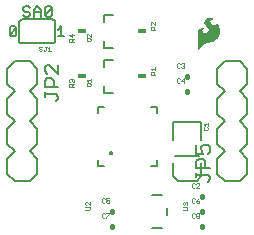
<source format=gbr>
G04 EAGLE Gerber RS-274X export*
G75*
%MOMM*%
%FSLAX34Y34*%
%LPD*%
%INSilkscreen Top*%
%IPPOS*%
%AMOC8*
5,1,8,0,0,1.08239X$1,22.5*%
G01*
%ADD10C,0.152400*%
%ADD11C,0.127000*%
%ADD12C,0.200000*%
%ADD13R,0.711200X0.406400*%
%ADD14C,0.025400*%
%ADD15C,0.203200*%
%ADD16C,0.406400*%

G36*
X161300Y161191D02*
X161300Y161191D01*
X161304Y161189D01*
X161374Y161225D01*
X161384Y161230D01*
X161385Y161231D01*
X166257Y166713D01*
X167111Y167495D01*
X168101Y168084D01*
X168452Y168211D01*
X168820Y168276D01*
X171095Y168276D01*
X171100Y168278D01*
X171106Y168276D01*
X172470Y168400D01*
X172480Y168406D01*
X172492Y168404D01*
X173811Y168772D01*
X173819Y168780D01*
X173832Y168781D01*
X175062Y169381D01*
X175069Y169388D01*
X175080Y169391D01*
X176237Y170208D01*
X176242Y170216D01*
X176251Y170219D01*
X177282Y171191D01*
X177285Y171199D01*
X177291Y171201D01*
X177292Y171203D01*
X177294Y171204D01*
X178179Y172311D01*
X178181Y172321D01*
X178190Y172328D01*
X179137Y174009D01*
X179138Y174020D01*
X179146Y174030D01*
X179774Y175854D01*
X179773Y175865D01*
X179780Y175876D01*
X180068Y177783D01*
X180065Y177794D01*
X180070Y177806D01*
X180068Y177858D01*
X180060Y178110D01*
X180056Y178236D01*
X180056Y178237D01*
X180048Y178489D01*
X180040Y178742D01*
X180036Y178868D01*
X180028Y179120D01*
X180017Y179499D01*
X180009Y179734D01*
X180005Y179743D01*
X180007Y179755D01*
X179800Y180794D01*
X179795Y180802D01*
X179795Y180813D01*
X179437Y181810D01*
X179431Y181817D01*
X179430Y181828D01*
X178928Y182762D01*
X178919Y182769D01*
X178916Y182781D01*
X178009Y183918D01*
X177998Y183924D01*
X177991Y183937D01*
X176865Y184858D01*
X176822Y184870D01*
X176781Y184886D01*
X176776Y184884D01*
X176770Y184885D01*
X176732Y184864D01*
X176692Y184845D01*
X176689Y184839D01*
X176685Y184837D01*
X176677Y184808D01*
X176659Y184760D01*
X176659Y183880D01*
X176643Y183760D01*
X176599Y183657D01*
X176325Y183317D01*
X175964Y183069D01*
X175790Y183004D01*
X175252Y182946D01*
X174722Y183044D01*
X174234Y183293D01*
X173332Y183944D01*
X172920Y184298D01*
X172569Y184708D01*
X172286Y185166D01*
X172080Y185660D01*
X172021Y185960D01*
X172033Y186263D01*
X172190Y186782D01*
X172476Y187242D01*
X172871Y187612D01*
X173352Y187867D01*
X173842Y188006D01*
X174353Y188063D01*
X174956Y188063D01*
X174957Y188063D01*
X174979Y188072D01*
X175047Y188101D01*
X175082Y188193D01*
X175078Y188202D01*
X175044Y188278D01*
X175042Y188281D01*
X175041Y188282D01*
X175040Y188283D01*
X175019Y188303D01*
X175012Y188306D01*
X175008Y188314D01*
X174573Y188652D01*
X174558Y188656D01*
X174546Y188668D01*
X174042Y188889D01*
X174041Y188889D01*
X173685Y189041D01*
X173457Y189142D01*
X173447Y189143D01*
X173437Y189149D01*
X172559Y189369D01*
X172550Y189368D01*
X172540Y189372D01*
X171640Y189458D01*
X171630Y189454D01*
X171618Y189458D01*
X170750Y189392D01*
X170739Y189386D01*
X170726Y189387D01*
X169886Y189156D01*
X169876Y189148D01*
X169863Y189147D01*
X169083Y188759D01*
X169076Y188751D01*
X169065Y188748D01*
X168288Y188188D01*
X168284Y188181D01*
X168275Y188177D01*
X167579Y187519D01*
X167574Y187508D01*
X167563Y187500D01*
X167132Y186897D01*
X167129Y186882D01*
X167117Y186869D01*
X166850Y186177D01*
X166850Y186161D01*
X166842Y186146D01*
X166755Y185409D01*
X166760Y185394D01*
X166756Y185377D01*
X166855Y184642D01*
X166863Y184629D01*
X166863Y184612D01*
X167143Y183924D01*
X167152Y183915D01*
X167155Y183901D01*
X168342Y182143D01*
X168350Y182138D01*
X168354Y182127D01*
X169807Y180586D01*
X170177Y180151D01*
X170417Y179648D01*
X170519Y179100D01*
X170476Y178544D01*
X170290Y178019D01*
X169975Y177559D01*
X169550Y177194D01*
X169007Y176901D01*
X168421Y176703D01*
X167811Y176606D01*
X167100Y176641D01*
X166422Y176848D01*
X165816Y177213D01*
X165503Y177541D01*
X165297Y177945D01*
X165204Y178361D01*
X165204Y178789D01*
X165297Y179204D01*
X165369Y179342D01*
X165487Y179456D01*
X166311Y180055D01*
X166444Y180126D01*
X166582Y180154D01*
X166740Y180138D01*
X166783Y180152D01*
X166828Y180163D01*
X166830Y180167D01*
X166834Y180168D01*
X166854Y180209D01*
X166877Y180248D01*
X166876Y180252D01*
X166878Y180256D01*
X166863Y180299D01*
X166850Y180343D01*
X166847Y180345D01*
X166846Y180349D01*
X166808Y180368D01*
X166772Y180389D01*
X166289Y180465D01*
X166284Y180464D01*
X166279Y180466D01*
X165339Y180539D01*
X165330Y180536D01*
X165319Y180539D01*
X164379Y180466D01*
X164369Y180461D01*
X164357Y180462D01*
X163658Y180278D01*
X163648Y180270D01*
X163634Y180269D01*
X162986Y179948D01*
X162978Y179939D01*
X162964Y179935D01*
X162394Y179490D01*
X162388Y179479D01*
X162376Y179473D01*
X161906Y178923D01*
X161902Y178911D01*
X161891Y178902D01*
X161490Y178170D01*
X161489Y178157D01*
X161480Y178146D01*
X161240Y177347D01*
X161241Y177334D01*
X161235Y177321D01*
X161165Y176490D01*
X161167Y176484D01*
X161165Y176479D01*
X161165Y161315D01*
X161167Y161310D01*
X161165Y161306D01*
X161186Y161266D01*
X161203Y161224D01*
X161208Y161223D01*
X161210Y161218D01*
X161253Y161205D01*
X161295Y161189D01*
X161300Y161191D01*
G37*
D10*
X2032Y174923D02*
X2032Y180685D01*
X3473Y182125D01*
X6354Y182125D01*
X7794Y180685D01*
X7794Y174923D01*
X6354Y173482D01*
X3473Y173482D01*
X2032Y174923D01*
X7794Y180685D01*
X42672Y179244D02*
X45553Y182125D01*
X45553Y173482D01*
X42672Y173482D02*
X48434Y173482D01*
X18970Y197449D02*
X17530Y198889D01*
X14649Y198889D01*
X13208Y197449D01*
X13208Y196008D01*
X14649Y194568D01*
X17530Y194568D01*
X18970Y193127D01*
X18970Y191687D01*
X17530Y190246D01*
X14649Y190246D01*
X13208Y191687D01*
X22563Y190246D02*
X22563Y196008D01*
X25444Y198889D01*
X28325Y196008D01*
X28325Y190246D01*
X28325Y194568D02*
X22563Y194568D01*
X31918Y191687D02*
X31918Y197449D01*
X33359Y198889D01*
X36240Y198889D01*
X37681Y197449D01*
X37681Y191687D01*
X36240Y190246D01*
X33359Y190246D01*
X31918Y191687D01*
X37681Y197449D01*
D11*
X76600Y68900D02*
X76600Y63900D01*
X81600Y63900D01*
X121600Y63900D02*
X126600Y63900D01*
X126600Y68900D01*
X126600Y108900D02*
X126600Y113900D01*
X121600Y113900D01*
X81600Y113900D02*
X76600Y113900D01*
X76600Y108900D01*
D12*
X86600Y74900D02*
X86602Y74963D01*
X86608Y75025D01*
X86618Y75087D01*
X86631Y75149D01*
X86649Y75209D01*
X86670Y75268D01*
X86695Y75326D01*
X86724Y75382D01*
X86756Y75436D01*
X86791Y75488D01*
X86829Y75537D01*
X86871Y75585D01*
X86915Y75629D01*
X86963Y75671D01*
X87012Y75709D01*
X87064Y75744D01*
X87118Y75776D01*
X87174Y75805D01*
X87232Y75830D01*
X87291Y75851D01*
X87351Y75869D01*
X87413Y75882D01*
X87475Y75892D01*
X87537Y75898D01*
X87600Y75900D01*
X87663Y75898D01*
X87725Y75892D01*
X87787Y75882D01*
X87849Y75869D01*
X87909Y75851D01*
X87968Y75830D01*
X88026Y75805D01*
X88082Y75776D01*
X88136Y75744D01*
X88188Y75709D01*
X88237Y75671D01*
X88285Y75629D01*
X88329Y75585D01*
X88371Y75537D01*
X88409Y75488D01*
X88444Y75436D01*
X88476Y75382D01*
X88505Y75326D01*
X88530Y75268D01*
X88551Y75209D01*
X88569Y75149D01*
X88582Y75087D01*
X88592Y75025D01*
X88598Y74963D01*
X88600Y74900D01*
X88598Y74837D01*
X88592Y74775D01*
X88582Y74713D01*
X88569Y74651D01*
X88551Y74591D01*
X88530Y74532D01*
X88505Y74474D01*
X88476Y74418D01*
X88444Y74364D01*
X88409Y74312D01*
X88371Y74263D01*
X88329Y74215D01*
X88285Y74171D01*
X88237Y74129D01*
X88188Y74091D01*
X88136Y74056D01*
X88082Y74024D01*
X88026Y73995D01*
X87968Y73970D01*
X87909Y73949D01*
X87849Y73931D01*
X87787Y73918D01*
X87725Y73908D01*
X87663Y73902D01*
X87600Y73900D01*
X87537Y73902D01*
X87475Y73908D01*
X87413Y73918D01*
X87351Y73931D01*
X87291Y73949D01*
X87232Y73970D01*
X87174Y73995D01*
X87118Y74024D01*
X87064Y74056D01*
X87012Y74091D01*
X86963Y74129D01*
X86915Y74171D01*
X86871Y74215D01*
X86829Y74263D01*
X86791Y74312D01*
X86756Y74364D01*
X86724Y74418D01*
X86695Y74474D01*
X86670Y74532D01*
X86649Y74591D01*
X86631Y74651D01*
X86618Y74713D01*
X86608Y74775D01*
X86602Y74837D01*
X86600Y74900D01*
D13*
X114300Y139700D03*
D14*
X121409Y141233D02*
X125222Y141233D01*
X121409Y141233D02*
X121409Y143139D01*
X122044Y143775D01*
X123315Y143775D01*
X123951Y143139D01*
X123951Y141233D01*
X123951Y142504D02*
X125222Y143775D01*
X122680Y144975D02*
X121409Y146246D01*
X125222Y146246D01*
X125222Y144975D02*
X125222Y147517D01*
D13*
X114300Y177800D03*
D14*
X121409Y179333D02*
X125222Y179333D01*
X121409Y179333D02*
X121409Y181239D01*
X122044Y181875D01*
X123315Y181875D01*
X123951Y181239D01*
X123951Y179333D01*
X123951Y180604D02*
X125222Y181875D01*
X125222Y183075D02*
X125222Y185617D01*
X125222Y183075D02*
X122680Y185617D01*
X122044Y185617D01*
X121409Y184982D01*
X121409Y183710D01*
X122044Y183075D01*
D15*
X140400Y101200D02*
X140400Y86200D01*
X140400Y101200D02*
X164400Y101200D01*
X164400Y86200D01*
X140400Y66200D02*
X140400Y55200D01*
X144400Y51200D01*
X160400Y51200D01*
X164400Y55200D01*
X164400Y66200D01*
D11*
X162560Y72390D02*
X142240Y72390D01*
D14*
X166334Y96149D02*
X166969Y96785D01*
X166334Y96149D02*
X166334Y94878D01*
X166969Y94243D01*
X169511Y94243D01*
X170147Y94878D01*
X170147Y96149D01*
X169511Y96785D01*
X167605Y97985D02*
X166334Y99256D01*
X170147Y99256D01*
X170147Y97985D02*
X170147Y100527D01*
D16*
X152400Y139395D02*
X152400Y140005D01*
D14*
X146179Y149990D02*
X145544Y150625D01*
X144273Y150625D01*
X143637Y149990D01*
X143637Y147448D01*
X144273Y146812D01*
X145544Y146812D01*
X146179Y147448D01*
X147379Y149990D02*
X148015Y150625D01*
X149286Y150625D01*
X149921Y149990D01*
X149921Y149354D01*
X149286Y148719D01*
X148650Y148719D01*
X149286Y148719D02*
X149921Y148083D01*
X149921Y147448D01*
X149286Y146812D01*
X148015Y146812D01*
X147379Y147448D01*
D16*
X152400Y127305D02*
X152400Y126695D01*
D14*
X146179Y137290D02*
X145544Y137925D01*
X144273Y137925D01*
X143637Y137290D01*
X143637Y134748D01*
X144273Y134112D01*
X145544Y134112D01*
X146179Y134748D01*
X149286Y134112D02*
X149286Y137925D01*
X147379Y136019D01*
X149921Y136019D01*
X69341Y26933D02*
X66164Y26933D01*
X69341Y26933D02*
X69977Y27568D01*
X69977Y28839D01*
X69341Y29475D01*
X66164Y29475D01*
X69977Y30675D02*
X69977Y33217D01*
X69977Y30675D02*
X67435Y33217D01*
X66799Y33217D01*
X66164Y32582D01*
X66164Y31310D01*
X66799Y30675D01*
D15*
X122706Y11176D02*
X131294Y11176D01*
X131294Y39624D02*
X122706Y39624D01*
X135104Y28084D02*
X135104Y22716D01*
D14*
X148714Y26933D02*
X151891Y26933D01*
X152527Y27568D01*
X152527Y28839D01*
X151891Y29475D01*
X148714Y29475D01*
X149349Y30675D02*
X148714Y31310D01*
X148714Y32582D01*
X149349Y33217D01*
X149985Y33217D01*
X150620Y32582D01*
X150620Y31946D01*
X150620Y32582D02*
X151256Y33217D01*
X151891Y33217D01*
X152527Y32582D01*
X152527Y31310D01*
X151891Y30675D01*
D16*
X88900Y25705D02*
X88900Y25095D01*
D14*
X82679Y35690D02*
X82044Y36325D01*
X80773Y36325D01*
X80137Y35690D01*
X80137Y33148D01*
X80773Y32512D01*
X82044Y32512D01*
X82679Y33148D01*
X83879Y36325D02*
X86421Y36325D01*
X83879Y36325D02*
X83879Y34419D01*
X85150Y35054D01*
X85786Y35054D01*
X86421Y34419D01*
X86421Y33148D01*
X85786Y32512D01*
X84515Y32512D01*
X83879Y33148D01*
D16*
X165100Y25705D02*
X165100Y25095D01*
D14*
X158879Y35690D02*
X158244Y36325D01*
X156973Y36325D01*
X156337Y35690D01*
X156337Y33148D01*
X156973Y32512D01*
X158244Y32512D01*
X158879Y33148D01*
X161350Y35690D02*
X162621Y36325D01*
X161350Y35690D02*
X160079Y34419D01*
X160079Y33148D01*
X160715Y32512D01*
X161986Y32512D01*
X162621Y33148D01*
X162621Y33783D01*
X161986Y34419D01*
X160079Y34419D01*
D16*
X88900Y13005D02*
X88900Y12395D01*
D14*
X82679Y22990D02*
X82044Y23625D01*
X80773Y23625D01*
X80137Y22990D01*
X80137Y20448D01*
X80773Y19812D01*
X82044Y19812D01*
X82679Y20448D01*
X83879Y23625D02*
X86421Y23625D01*
X86421Y22990D01*
X83879Y20448D01*
X83879Y19812D01*
D16*
X165100Y13005D02*
X165100Y12395D01*
D14*
X158879Y22990D02*
X158244Y23625D01*
X156973Y23625D01*
X156337Y22990D01*
X156337Y20448D01*
X156973Y19812D01*
X158244Y19812D01*
X158879Y20448D01*
X160079Y22990D02*
X160715Y23625D01*
X161986Y23625D01*
X162621Y22990D01*
X162621Y22354D01*
X161986Y21719D01*
X162621Y21083D01*
X162621Y20448D01*
X161986Y19812D01*
X160715Y19812D01*
X160079Y20448D01*
X160079Y21083D01*
X160715Y21719D01*
X160079Y22354D01*
X160079Y22990D01*
X160715Y21719D02*
X161986Y21719D01*
D15*
X177800Y133350D02*
X177800Y146050D01*
X184150Y152400D01*
X196850Y152400D02*
X203200Y146050D01*
X177800Y107950D02*
X184150Y101600D01*
X177800Y107950D02*
X177800Y120650D01*
X184150Y127000D01*
X196850Y127000D02*
X203200Y120650D01*
X203200Y107950D01*
X196850Y101600D01*
X184150Y127000D02*
X177800Y133350D01*
X196850Y127000D02*
X203200Y133350D01*
X203200Y146050D01*
X177800Y69850D02*
X177800Y57150D01*
X177800Y69850D02*
X184150Y76200D01*
X196850Y76200D02*
X203200Y69850D01*
X184150Y76200D02*
X177800Y82550D01*
X177800Y95250D01*
X184150Y101600D01*
X196850Y101600D02*
X203200Y95250D01*
X203200Y82550D01*
X196850Y76200D01*
X196850Y50800D02*
X184150Y50800D01*
X177800Y57150D01*
X196850Y50800D02*
X203200Y57150D01*
X203200Y69850D01*
X196850Y152400D02*
X184150Y152400D01*
D11*
X171577Y52580D02*
X169670Y50673D01*
X171577Y52580D02*
X171577Y54486D01*
X169670Y56393D01*
X160137Y56393D01*
X160137Y54486D02*
X160137Y58300D01*
X160137Y62367D02*
X171577Y62367D01*
X160137Y62367D02*
X160137Y68087D01*
X162044Y69993D01*
X165857Y69993D01*
X167764Y68087D01*
X167764Y62367D01*
X160137Y74061D02*
X160137Y81687D01*
X160137Y74061D02*
X165857Y74061D01*
X163951Y77874D01*
X163951Y79781D01*
X165857Y81687D01*
X169670Y81687D01*
X171577Y79781D01*
X171577Y75968D01*
X169670Y74061D01*
D10*
X38100Y187960D02*
X12700Y187960D01*
X10160Y170180D02*
X10162Y170080D01*
X10168Y169981D01*
X10178Y169881D01*
X10191Y169783D01*
X10209Y169684D01*
X10230Y169587D01*
X10255Y169491D01*
X10284Y169395D01*
X10317Y169301D01*
X10353Y169208D01*
X10393Y169117D01*
X10437Y169027D01*
X10484Y168939D01*
X10534Y168853D01*
X10588Y168769D01*
X10645Y168687D01*
X10705Y168608D01*
X10769Y168530D01*
X10835Y168456D01*
X10904Y168384D01*
X10976Y168315D01*
X11050Y168249D01*
X11128Y168185D01*
X11207Y168125D01*
X11289Y168068D01*
X11373Y168014D01*
X11459Y167964D01*
X11547Y167917D01*
X11637Y167873D01*
X11728Y167833D01*
X11821Y167797D01*
X11915Y167764D01*
X12011Y167735D01*
X12107Y167710D01*
X12204Y167689D01*
X12303Y167671D01*
X12401Y167658D01*
X12501Y167648D01*
X12600Y167642D01*
X12700Y167640D01*
X38100Y167640D02*
X38200Y167642D01*
X38299Y167648D01*
X38399Y167658D01*
X38497Y167671D01*
X38596Y167689D01*
X38693Y167710D01*
X38789Y167735D01*
X38885Y167764D01*
X38979Y167797D01*
X39072Y167833D01*
X39163Y167873D01*
X39253Y167917D01*
X39341Y167964D01*
X39427Y168014D01*
X39511Y168068D01*
X39593Y168125D01*
X39672Y168185D01*
X39750Y168249D01*
X39824Y168315D01*
X39896Y168384D01*
X39965Y168456D01*
X40031Y168530D01*
X40095Y168608D01*
X40155Y168687D01*
X40212Y168769D01*
X40266Y168853D01*
X40316Y168939D01*
X40363Y169027D01*
X40407Y169117D01*
X40447Y169208D01*
X40483Y169301D01*
X40516Y169395D01*
X40545Y169491D01*
X40570Y169587D01*
X40591Y169684D01*
X40609Y169783D01*
X40622Y169881D01*
X40632Y169981D01*
X40638Y170080D01*
X40640Y170180D01*
X40640Y185420D02*
X40638Y185520D01*
X40632Y185619D01*
X40622Y185719D01*
X40609Y185817D01*
X40591Y185916D01*
X40570Y186013D01*
X40545Y186109D01*
X40516Y186205D01*
X40483Y186299D01*
X40447Y186392D01*
X40407Y186483D01*
X40363Y186573D01*
X40316Y186661D01*
X40266Y186747D01*
X40212Y186831D01*
X40155Y186913D01*
X40095Y186992D01*
X40031Y187070D01*
X39965Y187144D01*
X39896Y187216D01*
X39824Y187285D01*
X39750Y187351D01*
X39672Y187415D01*
X39593Y187475D01*
X39511Y187532D01*
X39427Y187586D01*
X39341Y187636D01*
X39253Y187683D01*
X39163Y187727D01*
X39072Y187767D01*
X38979Y187803D01*
X38885Y187836D01*
X38789Y187865D01*
X38693Y187890D01*
X38596Y187911D01*
X38497Y187929D01*
X38399Y187942D01*
X38299Y187952D01*
X38200Y187958D01*
X38100Y187960D01*
X12700Y187960D02*
X12600Y187958D01*
X12501Y187952D01*
X12401Y187942D01*
X12303Y187929D01*
X12204Y187911D01*
X12107Y187890D01*
X12011Y187865D01*
X11915Y187836D01*
X11821Y187803D01*
X11728Y187767D01*
X11637Y187727D01*
X11547Y187683D01*
X11459Y187636D01*
X11373Y187586D01*
X11289Y187532D01*
X11207Y187475D01*
X11128Y187415D01*
X11050Y187351D01*
X10976Y187285D01*
X10904Y187216D01*
X10835Y187144D01*
X10769Y187070D01*
X10705Y186992D01*
X10645Y186913D01*
X10588Y186831D01*
X10534Y186747D01*
X10484Y186661D01*
X10437Y186573D01*
X10393Y186483D01*
X10353Y186392D01*
X10317Y186299D01*
X10284Y186205D01*
X10255Y186109D01*
X10230Y186013D01*
X10209Y185916D01*
X10191Y185817D01*
X10178Y185719D01*
X10168Y185619D01*
X10162Y185520D01*
X10160Y185420D01*
X10160Y170180D01*
X40640Y170180D02*
X40640Y185420D01*
X38100Y167640D02*
X12700Y167640D01*
D14*
X28907Y164976D02*
X29543Y164341D01*
X28907Y164976D02*
X27636Y164976D01*
X27001Y164341D01*
X27001Y163705D01*
X27636Y163070D01*
X28907Y163070D01*
X29543Y162434D01*
X29543Y161799D01*
X28907Y161163D01*
X27636Y161163D01*
X27001Y161799D01*
X30743Y161799D02*
X31378Y161163D01*
X32014Y161163D01*
X32649Y161799D01*
X32649Y164976D01*
X32014Y164976D02*
X33285Y164976D01*
X34485Y163705D02*
X35756Y164976D01*
X35756Y161163D01*
X34485Y161163D02*
X37027Y161163D01*
D16*
X165100Y38405D02*
X165100Y37795D01*
D14*
X158879Y48390D02*
X158244Y49025D01*
X156973Y49025D01*
X156337Y48390D01*
X156337Y45848D01*
X156973Y45212D01*
X158244Y45212D01*
X158879Y45848D01*
X160079Y45212D02*
X162621Y45212D01*
X160079Y45212D02*
X162621Y47754D01*
X162621Y48390D01*
X161986Y49025D01*
X160715Y49025D01*
X160079Y48390D01*
D15*
X81900Y125700D02*
X81900Y131700D01*
X81900Y125700D02*
X89900Y125700D01*
X81900Y147700D02*
X81900Y153700D01*
X89900Y153700D01*
D14*
X70357Y131572D02*
X67815Y131572D01*
X67180Y132208D01*
X67180Y133479D01*
X67815Y134114D01*
X70357Y134114D01*
X70993Y133479D01*
X70993Y132208D01*
X70357Y131572D01*
X69722Y132843D02*
X70993Y134114D01*
X68451Y135314D02*
X67180Y136585D01*
X70993Y136585D01*
X70993Y135314D02*
X70993Y137856D01*
D15*
X81900Y163800D02*
X81900Y169800D01*
X81900Y163800D02*
X89900Y163800D01*
X81900Y185800D02*
X81900Y191800D01*
X89900Y191800D01*
D14*
X70357Y169672D02*
X67815Y169672D01*
X67180Y170308D01*
X67180Y171579D01*
X67815Y172214D01*
X70357Y172214D01*
X70993Y171579D01*
X70993Y170308D01*
X70357Y169672D01*
X69722Y170943D02*
X70993Y172214D01*
X70993Y173414D02*
X70993Y175956D01*
X70993Y173414D02*
X68451Y175956D01*
X67815Y175956D01*
X67180Y175321D01*
X67180Y174050D01*
X67815Y173414D01*
D15*
X25400Y69850D02*
X25400Y57150D01*
X19050Y50800D01*
X6350Y50800D02*
X0Y57150D01*
X25400Y95250D02*
X19050Y101600D01*
X25400Y95250D02*
X25400Y82550D01*
X19050Y76200D01*
X6350Y76200D02*
X0Y82550D01*
X0Y95250D01*
X6350Y101600D01*
X19050Y76200D02*
X25400Y69850D01*
X6350Y76200D02*
X0Y69850D01*
X0Y57150D01*
X25400Y133350D02*
X25400Y146050D01*
X25400Y133350D02*
X19050Y127000D01*
X6350Y127000D02*
X0Y133350D01*
X19050Y127000D02*
X25400Y120650D01*
X25400Y107950D01*
X19050Y101600D01*
X6350Y101600D02*
X0Y107950D01*
X0Y120650D01*
X6350Y127000D01*
X6350Y152400D02*
X19050Y152400D01*
X25400Y146050D01*
X6350Y152400D02*
X0Y146050D01*
X0Y133350D01*
X6350Y50800D02*
X19050Y50800D01*
D11*
X41146Y118715D02*
X43053Y120622D01*
X43053Y122528D01*
X41146Y124435D01*
X31613Y124435D01*
X31613Y122528D02*
X31613Y126342D01*
X31613Y130409D02*
X43053Y130409D01*
X31613Y130409D02*
X31613Y136129D01*
X33520Y138036D01*
X37333Y138036D01*
X39240Y136129D01*
X39240Y130409D01*
X43053Y142103D02*
X43053Y149729D01*
X43053Y142103D02*
X35427Y149729D01*
X33520Y149729D01*
X31613Y147823D01*
X31613Y144010D01*
X33520Y142103D01*
D13*
X63500Y139700D03*
D14*
X56388Y130937D02*
X52575Y130937D01*
X52575Y132844D01*
X53210Y133479D01*
X54481Y133479D01*
X55117Y132844D01*
X55117Y130937D01*
X55117Y132208D02*
X56388Y133479D01*
X53210Y134679D02*
X52575Y135315D01*
X52575Y136586D01*
X53210Y137221D01*
X53846Y137221D01*
X54481Y136586D01*
X54481Y135950D01*
X54481Y136586D02*
X55117Y137221D01*
X55752Y137221D01*
X56388Y136586D01*
X56388Y135315D01*
X55752Y134679D01*
D13*
X63500Y177800D03*
D14*
X56388Y169037D02*
X52575Y169037D01*
X52575Y170944D01*
X53210Y171579D01*
X54481Y171579D01*
X55117Y170944D01*
X55117Y169037D01*
X55117Y170308D02*
X56388Y171579D01*
X56388Y174686D02*
X52575Y174686D01*
X54481Y172779D01*
X54481Y175321D01*
M02*

</source>
